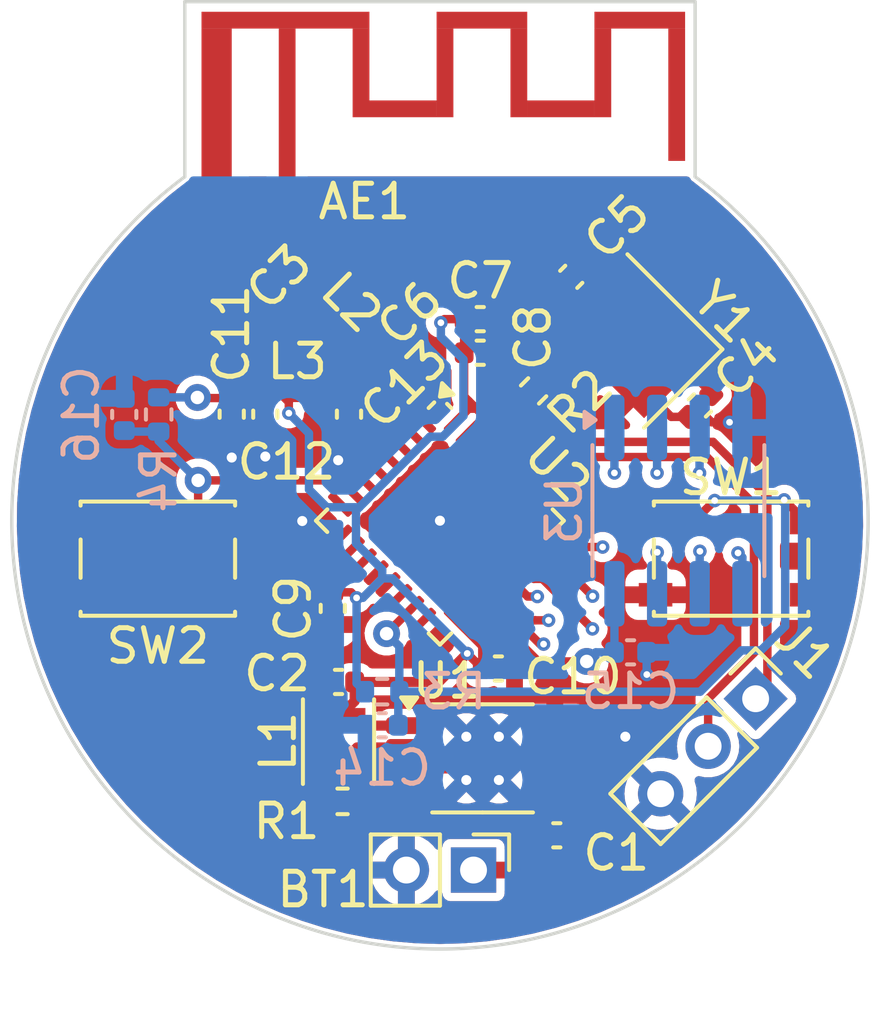
<source format=kicad_pcb>
(kicad_pcb (version 20240108) (generator "pcbnew") (generator_version "8.0")
  (title_block (date "2024-12-11") (rev "${VERSION}") (company "${COMPANY}"))
  (layers (0 "F.Cu" signal) (1 "In1.Cu" power) (2 "In2.Cu" power) (31 "B.Cu" signal) (34 "B.Paste" user) (35 "F.Paste" user) (36 "B.SilkS" user "B.Silkscreen") (37 "F.SilkS" user "F.Silkscreen") (38 "B.Mask" user) (39 "F.Mask" user) (44 "Edge.Cuts" user))
  (property "AUTHOR" "Sebastian Jaimes")
  (property "COMPANY" "-")
  (property "REVIEW" "Maykol")
  (property "VERSION" "V1.0.0")
  (net 0 "")
  (net 1 "Net-(AE1-A)")
  (net 2 "GND")
  (net 3 "/BATT")
  (net 4 "+3V3")
  (net 5 "/ESP32-C3/XTAL_N")
  (net 6 "Net-(C5-Pad2)")
  (net 7 "/ESP32-C3/LNA_IN")
  (net 8 "/ESP32-C3/VDD3P3")
  (net 9 "/ESP32-C3/BOOT")
  (net 10 "/ESP32-C3/VDD_SPI")
  (net 11 "/ESP32-C3/CHIP_EN")
  (net 12 "Net-(U1-SW)")
  (net 13 "Net-(U1-VSET)")
  (net 14 "/ESP32-C3/XTAL_P")
  (net 21 "/ESP32-C3/SPID")
  (net 23 "/ESP32-C3/SPIQ")
  (net 25 "/ESP32-C3/SPICLK")
  (net 27 "/ESP32-C3/SPIWP")
  (net 31 "/ESP32-C3/SPICS0")
  (net 33 "/ESP32-C3/SPIHD")
  (net 34 "/ESP32-C3/U0TXD")
  (net 35 "/ESP32-C3/U0RXD")
  (footprint "Connector_PinHeader_2.00mm:PinHeader_1x02_P2.00mm_Vertical" (layer "F.Cu") (at 176.5 100.4 -90)
    (property "Reference" "BT1" (at 0.58 4.48 180) (layer "F.SilkS"))
    (property "Value" "Battery_Cell")
    (pad "1" thru_hole rect (at 0 0 270) (size 1.35 1.35) (drill 0.8) (layers "*.Cu" "*.Mask") (net 3 "/BATT"))
    (pad "2" thru_hole oval (at 0 2 270) (size 1.35 1.35) (drill 0.8) (layers "*.Cu" "*.Mask") (net 2 "GND"))
  )
  (footprint "Package_DFN_QFN:QFN-32-1EP_5x5mm_P0.5mm_EP3.45x3.45mm" (layer "F.Cu") (at 175.5 90 -45)
    (property "Reference" "U2" (at 1.400071 -3.563818 135) (layer "F.SilkS"))
    (property "Value" "ESP32-C3")
    (pad "1" smd roundrect (at -2.4375 -1.75 315) (size 0.875 0.25) (layers "F.Cu" "F.Paste" "F.Mask") (net 7 "/ESP32-C3/LNA_IN"))
    (pad "2" smd roundrect (at -2.4375 -1.25 315) (size 0.875 0.25) (layers "F.Cu" "F.Paste" "F.Mask") (net 8 "/ESP32-C3/VDD3P3"))
    (pad "3" smd roundrect (at -2.4375 -0.75 315) (size 0.875 0.25) (layers "F.Cu" "F.Paste" "F.Mask") (net 8 "/ESP32-C3/VDD3P3"))
    (pad "4" smd roundrect (at -2.4375 -0.25 315) (size 0.875 0.25) (layers "F.Cu" "F.Paste" "F.Mask"))
    (pad "5" smd roundrect (at -2.4375 0.25 315) (size 0.875 0.25) (layers "F.Cu" "F.Paste" "F.Mask"))
    (pad "6" smd roundrect (at -2.4375 0.75 315) (size 0.875 0.25) (layers "F.Cu" "F.Paste" "F.Mask"))
    (pad "7" smd roundrect (at -2.4375 1.25 315) (size 0.875 0.25) (layers "F.Cu" "F.Paste" "F.Mask") (net 11 "/ESP32-C3/CHIP_EN"))
    (pad "8" smd roundrect (at -2.4375 1.75 315) (size 0.875 0.25) (layers "F.Cu" "F.Paste" "F.Mask"))
    (pad "9" smd roundrect (at -1.75 2.4375 315) (size 0.25 0.875) (layers "F.Cu" "F.Paste" "F.Mask"))
    (pad "10" smd roundrect (at -1.25 2.4375 315) (size 0.25 0.875) (layers "F.Cu" "F.Paste" "F.Mask"))
    (pad "11" smd roundrect (at -0.75 2.4375 315) (size 0.25 0.875) (layers "F.Cu" "F.Paste" "F.Mask") (net 4 "+3V3"))
    (pad "12" smd roundrect (at -0.25 2.4375 315) (size 0.25 0.875) (layers "F.Cu" "F.Paste" "F.Mask"))
    (pad "13" smd roundrect (at 0.25 2.4375 315) (size 0.25 0.875) (layers "F.Cu" "F.Paste" "F.Mask"))
    (pad "14" smd roundrect (at 0.75 2.4375 315) (size 0.25 0.875) (layers "F.Cu" "F.Paste" "F.Mask"))
    (pad "15" smd roundrect (at 1.25 2.4375 315) (size 0.25 0.875) (layers "F.Cu" "F.Paste" "F.Mask") (net 9 "/ESP32-C3/BOOT"))
    (pad "16" smd roundrect (at 1.75 2.4375 315) (size 0.25 0.875) (layers "F.Cu" "F.Paste" "F.Mask"))
    (pad "17" smd roundrect (at 2.4375 1.75 315) (size 0.875 0.25) (layers "F.Cu" "F.Paste" "F.Mask") (net 4 "+3V3"))
    (pad "18" smd roundrect (at 2.4375 1.25 315) (size 0.875 0.25) (layers "F.Cu" "F.Paste" "F.Mask") (net 10 "/ESP32-C3/VDD_SPI"))
    (pad "19" smd roundrect (at 2.4375 0.75 315) (size 0.875 0.25) (layers "F.Cu" "F.Paste" "F.Mask") (net 33 "/ESP32-C3/SPIHD"))
    (pad "20" smd roundrect (at 2.4375 0.25 315) (size 0.875 0.25) (layers "F.Cu" "F.Paste" "F.Mask") (net 27 "/ESP32-C3/SPIWP"))
    (pad "21" smd roundrect (at 2.4375 -0.25 315) (size 0.875 0.25) (layers "F.Cu" "F.Paste" "F.Mask") (net 31 "/ESP32-C3/SPICS0"))
    (pad "22" smd roundrect (at 2.4375 -0.75 315) (size 0.875 0.25) (layers "F.Cu" "F.Paste" "F.Mask") (net 25 "/ESP32-C3/SPICLK"))
    (pad "23" smd roundrect (at 2.4375 -1.25 315) (size 0.875 0.25) (layers "F.Cu" "F.Paste" "F.Mask") (net 21 "/ESP32-C3/SPID"))
    (pad "24" smd roundrect (at 2.4375 -1.75 315) (size 0.875 0.25) (layers "F.Cu" "F.Paste" "F.Mask") (net 23 "/ESP32-C3/SPIQ"))
    (pad "25" smd roundrect (at 1.75 -2.4375 315) (size 0.25 0.875) (layers "F.Cu" "F.Paste" "F.Mask"))
    (pad "26" smd roundrect (at 1.25 -2.4375 315) (size 0.25 0.875) (layers "F.Cu" "F.Paste" "F.Mask"))
    (pad "27" smd roundrect (at 0.75 -2.4375 315) (size 0.25 0.875) (layers "F.Cu" "F.Paste" "F.Mask") (net 35 "/ESP32-C3/U0RXD"))
    (pad "28" smd roundrect (at 0.25 -2.4375 315) (size 0.25 0.875) (layers "F.Cu" "F.Paste" "F.Mask") (net 34 "/ESP32-C3/U0TXD"))
    (pad "29" smd roundrect (at -0.25 -2.4375 315) (size 0.25 0.875) (layers "F.Cu" "F.Paste" "F.Mask") (net 5 "/ESP32-C3/XTAL_N"))
    (pad "30" smd roundrect (at -0.75 -2.4375 315) (size 0.25 0.875) (layers "F.Cu" "F.Paste" "F.Mask") (net 14 "/ESP32-C3/XTAL_P"))
    (pad "31" smd roundrect (at -1.25 -2.4375 315) (size 0.25 0.875) (layers "F.Cu" "F.Paste" "F.Mask") (net 4 "+3V3"))
    (pad "32" smd roundrect (at -1.75 -2.4375 315) (size 0.25 0.875) (layers "F.Cu" "F.Paste" "F.Mask") (net 4 "+3V3"))
    (pad "33" smd rect (at 0 0 315) (size 3.45 3.45) (property pad_prop_heatsink) (layers "F.Cu" "F.Mask") (net 2 "GND"))
  )
  (footprint "MSS_Devices:SW_SPST_PTS815" (layer "F.Cu") (at 184.17 91.13 180)
    (property "Reference" "SW1" (at 0 2.42 360) (layer "F.SilkS"))
    (property "Value" "BOOT")
    (pad "1" smd rect (at -2.25 -1.075 180) (size 1 0.7) (layers "F.Cu" "F.Paste" "F.Mask") (net 2 "GND"))
    (pad "2" smd rect (at 2.25 -1.075 180) (size 1 0.7) (layers "F.Cu" "F.Paste" "F.Mask") (net 2 "GND"))
    (pad "3" smd rect (at -2.25 1.075 180) (size 1 0.7) (layers "F.Cu" "F.Paste" "F.Mask") (net 9 "/ESP32-C3/BOOT"))
    (pad "4" smd rect (at 2.25 1.075 180) (size 1 0.7) (layers "F.Cu" "F.Paste" "F.Mask") (net 9 "/ESP32-C3/BOOT"))
  )
  (footprint "Capacitor_SMD:C_0402_1005Metric" (layer "F.Cu") (at 177.24 94.4)
    (property "Reference" "C10" (at 2.22 0.24 0) (layer "F.SilkS"))
    (property "Value" "0.1uF")
    (pad "1" smd roundrect (at -0.48 0) (size 0.56 0.62) (layers "F.Cu" "F.Paste" "F.Mask") (net 4 "+3V3"))
    (pad "2" smd roundrect (at 0.48 0) (size 0.56 0.62) (layers "F.Cu" "F.Paste" "F.Mask") (net 2 "GND"))
  )
  (footprint "Connector_PinHeader_2.00mm:PinHeader_1x03_P2.00mm_Vertical" (layer "F.Cu") (at 184.9 95.3 -45)
    (property "Reference" "J1" (at 0 -2.06 135) (layer "F.SilkS"))
    (property "Value" "UART0")
    (pad "1" thru_hole rect (at 0 0 315) (size 1.35 1.35) (drill 0.8) (layers "*.Cu" "*.Mask") (net 34 "/ESP32-C3/U0TXD"))
    (pad "2" thru_hole oval (at 0 2.000001 315) (size 1.35 1.35) (drill 0.8) (layers "*.Cu" "*.Mask") (net 35 "/ESP32-C3/U0RXD"))
    (pad "3" thru_hole oval (at 0 4 315) (size 1.35 1.35) (drill 0.8) (layers "*.Cu" "*.Mask") (net 2 "GND"))
  )
  (footprint "Capacitor_SMD:C_0402_1005Metric" (layer "F.Cu") (at 176.7 84)
    (property "Reference" "C7" (at 0 -1.14 0) (layer "F.SilkS"))
    (property "Value" "1uF")
    (pad "1" smd roundrect (at -0.48 0) (size 0.56 0.62) (layers "F.Cu" "F.Paste" "F.Mask") (net 4 "+3V3"))
    (pad "2" smd roundrect (at 0.48 0) (size 0.56 0.62) (layers "F.Cu" "F.Paste" "F.Mask") (net 2 "GND"))
  )
  (footprint "Capacitor_SMD:C_0402_1005Metric" (layer "F.Cu") (at 183.24 86.57 45)
    (property "Reference" "C4" (at 1.817264 0.13435 45) (layer "F.SilkS"))
    (property "Value" "6pF")
    (pad "1" smd roundrect (at -0.48 0 45) (size 0.56 0.62) (layers "F.Cu" "F.Paste" "F.Mask") (net 2 "GND"))
    (pad "2" smd roundrect (at 0.48 0 45) (size 0.56 0.62) (layers "F.Cu" "F.Paste" "F.Mask") (net 5 "/ESP32-C3/XTAL_N"))
  )
  (footprint "Capacitor_SMD:C_0402_1005Metric" (layer "F.Cu") (at 169.3 86.829601 -90)
    (property "Reference" "C11" (at -2.389601 0.01 90) (layer "F.SilkS"))
    (property "Value" "10uF")
    (pad "1" smd roundrect (at -0.48 0 270) (size 0.56 0.62) (layers "F.Cu" "F.Paste" "F.Mask") (net 4 "+3V3"))
    (pad "2" smd roundrect (at 0.48 0 270) (size 0.56 0.62) (layers "F.Cu" "F.Paste" "F.Mask") (net 2 "GND"))
  )
  (footprint "Resistor_SMD:R_0402_1005Metric" (layer "F.Cu") (at 178.28899 86.136136 -135)
    (property "Reference" "R2" (at -0.747515 -1.205528 -135) (layer "F.SilkS"))
    (property "Value" "22")
    (pad "1" smd roundrect (at -0.509999 0 225) (size 0.54 0.64) (layers "F.Cu" "F.Paste" "F.Mask") (net 6 "Net-(C5-Pad2)"))
    (pad "2" smd roundrect (at 0.509999 0 225) (size 0.54 0.64) (layers "F.Cu" "F.Paste" "F.Mask") (net 14 "/ESP32-C3/XTAL_P"))
  )
  (footprint "Inductor_SMD:L_0201_0603Metric" (layer "F.Cu") (at 172.289408 84.318565 -45)
    (property "Reference" "L2" (at -0.168272 -0.989353 135) (layer "F.SilkS"))
    (property "Value" "2.6nH")
    (pad "1" smd roundrect (at -0.32 0 315) (size 0.46 0.4) (layers "F.Cu" "F.Mask") (net 1 "Net-(AE1-A)"))
    (pad "2" smd roundrect (at 0.32 0 315) (size 0.46 0.4) (layers "F.Cu" "F.Mask") (net 7 "/ESP32-C3/LNA_IN"))
  )
  (footprint "Capacitor_SMD:C_0402_1005Metric" (layer "F.Cu") (at 172.792249 86.829601 -90)
    (property "Reference" "C13" (at -0.869601 -1.647751 45) (layer "F.SilkS"))
    (property "Value" "1uF")
    (pad "1" smd roundrect (at -0.48 0 270) (size 0.56 0.62) (layers "F.Cu" "F.Paste" "F.Mask") (net 8 "/ESP32-C3/VDD3P3"))
    (pad "2" smd roundrect (at 0.48 0 270) (size 0.56 0.62) (layers "F.Cu" "F.Paste" "F.Mask") (net 2 "GND"))
  )
  (footprint "Capacitor_SMD:C_0201_0603Metric" (layer "F.Cu") (at 173.35304 84.926574 45)
    (property "Reference" "C6" (at 1.650058 0.11341 45) (layer "F.SilkS"))
    (property "Value" "1.5pF")
    (pad "1" smd roundrect (at -0.32 0 45) (size 0.46 0.4) (layers "F.Cu" "F.Mask") (net 7 "/ESP32-C3/LNA_IN"))
    (pad "2" smd roundrect (at 0.32 0 45) (size 0.46 0.4) (layers "F.Cu" "F.Mask") (net 2 "GND"))
  )
  (footprint "Capacitor_SMD:C_0402_1005Metric" (layer "F.Cu") (at 172.480323 94.8 180)
    (property "Reference" "C2" (at 1.830323 0.25 360) (layer "F.SilkS"))
    (property "Value" "10uF")
    (pad "1" smd roundrect (at -0.48 0 180) (size 0.56 0.62) (layers "F.Cu" "F.Paste" "F.Mask") (net 4 "+3V3"))
    (pad "2" smd roundrect (at 0.48 0 180) (size 0.56 0.62) (layers "F.Cu" "F.Paste" "F.Mask") (net 2 "GND"))
  )
  (footprint "Inductor_SMD:L_Murata_DFE201610P" (layer "F.Cu") (at 172.480323 96.576555 90)
    (property "Reference" "L1" (at 0 -1.8 90) (layer "F.SilkS"))
    (property "Value" "2.2uH")
    (pad "1" smd rect (at -0.725 0 90) (size 0.55 1.6) (layers "F.Cu" "F.Paste" "F.Mask") (net 12 "Net-(U1-SW)"))
    (pad "2" smd rect (at 0.725 0 90) (size 0.55 1.6) (layers "F.Cu" "F.Paste" "F.Mask") (net 4 "+3V3"))
  )
  (footprint "Capacitor_SMD:C_0402_1005Metric" (layer "F.Cu") (at 172.30919 92.611346 -90)
    (property "Reference" "C9" (at 0.008654 1.17919 90) (layer "F.SilkS"))
    (property "Value" "0.1uF")
    (pad "1" smd roundrect (at -0.48 0 270) (size 0.56 0.62) (layers "F.Cu" "F.Paste" "F.Mask") (net 4 "+3V3"))
    (pad "2" smd roundrect (at 0.48 0 270) (size 0.56 0.62) (layers "F.Cu" "F.Paste" "F.Mask") (net 2 "GND"))
  )
  (footprint "RF_Antenna:PCB_ANTENNA_2,4GHz_50Ohm" (layer "F.Cu") (at 170.95 80.25)
    (property "Reference" "AE1" (at 2.3 0.25 0) (layer "F.SilkS"))
    (property "Value" "PCB_Antenna_Shield")
    (pad "1" smd rect (at -0.05 -5.15 90) (size 0.5 5) (layers "F.Cu") (net 1 "Net-(AE1-A)"))
    (pad "1" smd rect (at 0 -2.45) (size 0.5 4.9) (layers "F.Cu") (net 1 "Net-(AE1-A)"))
    (pad "1" smd rect (at 2.2 -3.58 180) (size 0.5 2.64) (layers "F.Cu") (net 1 "Net-(AE1-A)"))
    (pad "1" smd rect (at 3.45 -2.51 270) (size 0.5 2) (layers "F.Cu") (net 1 "Net-(AE1-A)"))
    (pad "1" smd rect (at 4.7 -3.58 180) (size 0.5 2.64) (layers "F.Cu") (net 1 "Net-(AE1-A)"))
    (pad "1" smd rect (at 5.8 -5.15 270) (size 0.5 2.7) (layers "F.Cu") (net 1 "Net-(AE1-A)"))
    (pad "1" smd rect (at 6.9 -3.58 180) (size 0.5 2.64) (layers "F.Cu") (net 1 "Net-(AE1-A)"))
    (pad "1" smd rect (at 8.15 -2.51 270) (size 0.5 2) (layers "F.Cu") (net 1 "Net-(AE1-A)"))
    (pad "1" smd rect (at 9.4 -3.58 180) (size 0.5 2.64) (layers "F.Cu") (net 1 "Net-(AE1-A)"))
    (pad "1" smd rect (at 10.5 -5.15 270) (size 0.5 2.7) (layers "F.Cu") (net 1 "Net-(AE1-A)"))
    (pad "1" smd rect (at 11.6 -2.93 180) (size 0.5 3.94) (layers "F.Cu") (net 1 "Net-(AE1-A)"))
    (pad "2" smd rect (at -2.1 -2.45) (size 0.9 4.9) (layers "F.Cu") (net 2 "GND"))
    (zone (net 0) (net_name "") (layer "F.Cu") (connect_pads (clearance 0)) (min_thickness 0.25)
      (keepout (tracks not_allowed) (vias not_allowed) (pads not_allowed) (copperpour not_allowed) (footprints allowed))
      (fill (thermal_gap 0.5) (thermal_bridge_width 0.5))
      (polygon (pts (xy 167.9 79.75) (xy 167.9 74.55) (xy 168.4 74.55) (xy 168.4 79.75)))
    )
    (zone (net 0) (net_name "") (layer "F.Cu") (connect_pads (clearance 0)) (min_thickness 0.25)
      (keepout (tracks not_allowed) (vias not_allowed) (pads not_allowed) (copperpour not_allowed) (footprints allowed))
      (fill (thermal_gap 0.5) (thermal_bridge_width 0.5))
      (polygon (pts (xy 169.3 79.75) (xy 170.7 79.75) (xy 170.7 75.35) (xy 169.3 75.35)))
    )
    (zone (net 0) (net_name "") (layer "F.Cu") (connect_pads (clearance 0)) (min_thickness 0.25)
      (keepout (tracks not_allowed) (vias not_allowed) (pads not_allowed) (copperpour not_allowed) (footprints allowed))
      (fill (thermal_gap 0.5) (thermal_bridge_width 0.5))
      (polygon (pts (xy 183.1 74.55) (xy 183.1 79.75) (xy 182.8 79.75) (xy 182.8 74.55)))
    )
    (zone (net 0) (net_name "") (layer "F.Cu") (connect_pads (clearance 0)) (min_thickness 0.25)
      (keepout (tracks not_allowed) (vias not_allowed) (pads not_allowed) (copperpour not_allowed) (footprints allowed))
      (fill (thermal_gap 0.5) (thermal_bridge_width 0.5))
      (polygon (pts (xy 168.4 74.55) (xy 182.8 74.55) (xy 182.8 74.85) (xy 180.1 74.85) (xy 180.1 77.49) (xy 178.1 77.49) (xy 178.1 74.85) (xy 175.4 74.85) (xy 175.4 77.49) (xy 173.4 77.49) (xy 173.4 74.85) (xy 168.4 74.85)))
    )
    (zone (net 0) (net_name "") (layer "F.Cu") (connect_pads (clearance 0)) (min_thickness 0.25)
      (keepout (tracks not_allowed) (vias not_allowed) (pads not_allowed) (copperpour not_allowed) (footprints allowed))
      (fill (thermal_gap 0.5) (thermal_bridge_width 0.5))
      (polygon (pts (xy 171.2 79.75) (xy 171.2 75.35) (xy 172.9 75.35) (xy 172.9 77.99) (xy 175.9 77.99) (xy 175.9 75.35) (xy 177.6 75.35) (xy 177.6 77.99) (xy 180.6 77.99) (xy 180.6 75.35) (xy 182.3 75.35) (xy 182.3 79.29) (xy 182.8 79.29) (xy 182.8 79.75)))
    )
    (zone (net 0) (net_name "") (layers "In1.Cu" "In2.Cu" "In3.Cu" "In4.Cu" "In5.Cu" "In6.Cu" "In7.Cu" "In8.Cu" "In9.Cu" "In10.Cu" "In11.Cu" "In12.Cu" "In13.Cu" "In14.Cu" "In15.Cu" "In16.Cu" "In17.Cu" "In18.Cu" "In19.Cu" "In20.Cu" "In21.Cu" "In22.Cu" "In23.Cu" "In24.Cu" "In25.Cu" "In26.Cu" "In27.Cu" "In28.Cu" "In29.Cu" "In30.Cu" "B.Cu") (connect_pads (clearance 0)) (min_thickness 0.25)
      (keepout (tracks not_allowed) (vias not_allowed) (pads not_allowed) (copperpour not_allowed) (footprints allowed))
      (fill (thermal_gap 0.5) (thermal_bridge_width 0.5))
      (polygon (pts (xy 167.9 79.75) (xy 167.9 74.55) (xy 168.4 74.55) (xy 168.4 79.75)))
    )
    (zone (net 0) (net_name "") (layers "In1.Cu" "In2.Cu" "In3.Cu" "In4.Cu" "In5.Cu" "In6.Cu" "In7.Cu" "In8.Cu" "In9.Cu" "In10.Cu" "In11.Cu" "In12.Cu" "In13.Cu" "In14.Cu" "In15.Cu" "In16.Cu" "In17.Cu" "In18.Cu" "In19.Cu" "In20.Cu" "In21.Cu" "In22.Cu" "In23.Cu" "In24.Cu" "In25.Cu" "In26.Cu" "In27.Cu" "In28.Cu" "In29.Cu" "In30.Cu" "B.Cu") (connect_pads (clearance 0)) (min_thickness 0.25)
      (keepout (tracks not_allowed) (vias not_allowed) (pads not_allowed) (copperpour not_allowed) (footprints allowed))
      (fill (thermal_gap 0.5) (thermal_bridge_width 0.5))
      (polygon (pts (xy 169.3 79.75) (xy 170.7 79.75) (xy 170.7 75.35) (xy 169.3 75.35)))
    )
    (zone (net 0) (net_name "") (layers "In1.Cu" "In2.Cu" "In3.Cu" "In4.Cu" "In5.Cu" "In6.Cu" "In7.Cu" "In8.Cu" "In9.Cu" "In10.Cu" "In11.Cu" "In12.Cu" "In13.Cu" "In14.Cu" "In15.Cu" "In16.Cu" "In17.Cu" "In18.Cu" "In19.Cu" "In20.Cu" "In21.Cu" "In22.Cu" "In23.Cu" "In24.Cu" "In25.Cu" "In26.Cu" "In27.Cu" "In28.Cu" "In29.Cu" "In30.Cu" "B.Cu") (connect_pads (clearance 0)) (min_thickness 0.25)
      (keepout (tracks not_allowed) (vias not_allowed) (pads not_allowed) (copperpour not_allowed) (footprints allowed))
      (fill (thermal_gap 0.5) (thermal_bridge_width 0.5))
      (polygon (pts (xy 183.1 74.55) (xy 183.1 79.75) (xy 182.8 79.75) (xy 182.8 74.55)))
    )
    (zone (net 0) (net_name "") (layers "In1.Cu" "In2.Cu" "In3.Cu" "In4.Cu" "In5.Cu" "In6.Cu" "In7.Cu" "In8.Cu" "In9.Cu" "In10.Cu" "In11.Cu" "In12.Cu" "In13.Cu" "In14.Cu" "In15.Cu" "In16.Cu" "In17.Cu" "In18.Cu" "In19.Cu" "In20.Cu" "In21.Cu" "In22.Cu" "In23.Cu" "In24.Cu" "In25.Cu" "In26.Cu" "In27.Cu" "In28.Cu" "In29.Cu" "In30.Cu" "B.Cu") (connect_pads (clearance 0)) (min_thickness 0.25)
      (keepout (tracks not_allowed) (vias not_allowed) (pads not_allowed) (copperpour not_allowed) (footprints allowed))
      (fill (thermal_gap 0.5) (thermal_bridge_width 0.5))
      (polygon (pts (xy 168.4 74.55) (xy 182.8 74.55) (xy 182.8 74.85) (xy 180.1 74.85) (xy 180.1 77.49) (xy 178.1 77.49) (xy 178.1 74.85) (xy 175.4 74.85) (xy 175.4 77.49) (xy 173.4 77.49) (xy 173.4 74.85) (xy 168.4 74.85)))
    )
    (zone (net 0) (net_name "") (layers "In1.Cu" "In2.Cu" "In3.Cu" "In4.Cu" "In5.Cu" "In6.Cu" "In7.Cu" "In8.Cu" "In9.Cu" "In10.Cu" "In11.Cu" "In12.Cu" "In13.Cu" "In14.Cu" "In15.Cu" "In16.Cu" "In17.Cu" "In18.Cu" "In19.Cu" "In20.Cu" "In21.Cu" "In22.Cu" "In23.Cu" "In24.Cu" "In25.Cu" "In26.Cu" "In27.Cu" "In28.Cu" "In29.Cu" "In30.Cu" "B.Cu") (connect_pads (clearance 0)) (min_thickness 0.25)
      (keepout (tracks not_allowed) (vias not_allowed) (pads not_allowed) (copperpour not_allowed) (footprints allowed))
      (fill (thermal_gap 0.5) (thermal_bridge_width 0.5))
      (polygon (pts (xy 171.2 79.75) (xy 171.2 75.35) (xy 172.9 75.35) (xy 172.9 77.99) (xy 175.9 77.99) (xy 175.9 75.35) (xy 177.6 75.35) (xy 177.6 77.99) (xy 180.6 77.99) (xy 180.6 75.35) (xy 182.3 75.35) (xy 182.3 79.29) (xy 182.8 79.29) (xy 182.8 79.75)))
    )
  )
  (footprint "Package_SO:HVSSOP-8-1EP_3x3mm_P0.65mm_EP1.57x1.89mm_ThermalVias" (layer "F.Cu") (at 176.77 97.075)
    (property "Reference" "U1" (at -1.07 -2.305 360) (layer "F.SilkS"))
    (property "Value" "TPS62842DGRR")
    (pad "1" smd roundrect (at -2.15 -0.975) (size 1.45 0.5) (layers "F.Cu" "F.Paste" "F.Mask") (net 4 "+3V3"))
    (pad "2" smd roundrect (at -2.15 -0.325) (size 1.45 0.5) (layers "F.Cu" "F.Paste" "F.Mask") (net 12 "Net-(U1-SW)"))
    (pad "3" smd roundrect (at -2.15 0.325) (size 1.45 0.5) (layers "F.Cu" "F.Paste" "F.Mask") (net 2 "GND"))
    (pad "4" smd roundrect (at -2.15 0.975) (size 1.45 0.5) (layers "F.Cu" "F.Paste" "F.Mask") (net 13 "Net-(U1-VSET)"))
    (pad "5" smd roundrect (at 2.15 0.975) (size 1.45 0.5) (layers "F.Cu" "F.Paste" "F.Mask") (net 3 "/BATT"))
    (pad "6" smd roundrect (at 2.15 0.325) (size 1.45 0.5) (layers "F.Cu" "F.Paste" "F.Mask") (net 3 "/BATT"))
    (pad "7" smd roundrect (at 2.15 -0.325) (size 1.45 0.5) (layers "F.Cu" "F.Paste" "F.Mask"))
    (pad "8" smd roundrect (at 2.15 -0.975) (size 1.45 0.5) (layers "F.Cu" "F.Paste" "F.Mask") (net 2 "GND"))
    (pad "9" thru_hole circle (at -0.485 -0.645) (size 0.6 0.6) (drill 0.3) (property pad_prop_heatsink) (layers "*.Cu") (net 2 "GND"))
    (pad "9" thru_hole circle (at -0.485 0.645) (size 0.6 0.6) (drill 0.3) (property pad_prop_heatsink) (layers "*.Cu") (net 2 "GND"))
    (pad "9" smd rect (at 0 0) (size 1.57 1.89) (property pad_prop_heatsink) (layers "F.Cu" "F.Mask") (net 2 "GND"))
    (pad "9" smd rect (at 0 0) (size 1.57 1.89) (property pad_prop_heatsink) (layers "B.Cu") (net 2 "GND"))
    (pad "9" thru_hole circle (at 0.485 -0.645) (size 0.6 0.6) (drill 0.3) (property pad_prop_heatsink) (layers "*.Cu") (net 2 "GND"))
    (pad "9" thru_hole circle (at 0.485 0.645) (size 0.6 0.6) (drill 0.3) (property pad_prop_heatsink) (layers "*.Cu") (net 2 "GND"))
  )
  (footprint "Capacitor_SMD:C_0402_1005Metric" (layer "F.Cu") (at 176.7 85)
    (property "Reference" "C8" (at 1.57 -0.46 90) (layer "F.SilkS"))
    (property "Value" "10nF")
    (pad "1" smd roundrect (at -0.48 0) (size 0.56 0.62) (layers "F.Cu" "F.Paste" "F.Mask") (net 4 "+3V3"))
    (pad "2" smd roundrect (at 0.48 0) (size 0.56 0.62) (layers "F.Cu" "F.Paste" "F.Mask") (net 2 "GND"))
  )
  (footprint "Resistor_SMD:R_0402_1005Metric" (layer "F.Cu") (at 172.6 98.355 180)
    (property "Reference" "R1" (at 1.67 -0.595 360) (layer "F.SilkS"))
    (property "Value" "52.3K")
    (pad "1" smd roundrect (at -0.51 0 180) (size 0.54 0.64) (layers "F.Cu" "F.Paste" "F.Mask") (net 13 "Net-(U1-VSET)"))
    (pad "2" smd roundrect (at 0.51 0 180) (size 0.54 0.64) (layers "F.Cu" "F.Paste" "F.Mask") (net 2 "GND"))
  )
  (footprint "Capacitor_SMD:C_0402_1005Metric" (layer "F.Cu") (at 179.41 82.74 -135)
    (property "Reference" "C5" (at -2.008183 0.084853 -135) (layer "F.SilkS"))
    (property "Value" "6pF")
    (pad "1" smd roundrect (at -0.48 0 225) (size 0.56 0.62) (layers "F.Cu" "F.Paste" "F.Mask") (net 2 "GND"))
    (pad "2" smd roundrect (at 0.48 0 225) (size 0.56 0.62) (layers "F.Cu" "F.Paste" "F.Mask") (net 6 "Net-(C5-Pad2)"))
  )
  (footprint "Capacitor_SMD:C_0402_1005Metric" (layer "F.Cu") (at 170.3 86.829601 -90)
    (property "Reference" "C12" (at 1.420399 -0.63 180) (layer "F.SilkS"))
    (property "Value" "0.1uF")
    (pad "1" smd roundrect (at -0.48 0 270) (size 0.56 0.62) (layers "F.Cu" "F.Paste" "F.Mask") (net 4 "+3V3"))
    (pad "2" smd roundrect (at 0.48 0 270) (size 0.56 0.62) (layers "F.Cu" "F.Paste" "F.Mask") (net 2 "GND"))
  )
  (footprint "Capacitor_SMD:C_0201_0603Metric" (layer "F.Cu") (at 171.206949 83.688156 -135)
    (property "Reference" "C3" (at -0.304909 1.007701 45) (layer "F.SilkS"))
    (property "Value" "1.5pF")
    (pad "1" smd roundrect (at -0.32 0 225) (size 0.46 0.4) (layers "F.Cu" "F.Mask") (net 1 "Net-(AE1-A)"))
    (pad "2" smd roundrect (at 0.32 0 225) (size 0.46 0.4) (layers "F.Cu" "F.Mask") (net 2 "GND"))
  )
  (footprint "Capacitor_SMD:C_0402_1005Metric" (layer "F.Cu") (at 178.98 99.365)
    (property "Reference" "C1" (at 1.77 0.525 360) (layer "F.SilkS"))
    (property "Value" "4.7uF")
    (pad "1" smd roundrect (at -0.48 0) (size 0.56 0.62) (layers "F.Cu" "F.Paste" "F.Mask") (net 3 "/BATT"))
    (pad "2" smd roundrect (at 0.48 0) (size 0.56 0.62) (layers "F.Cu" "F.Paste" "F.Mask") (net 2 "GND"))
  )
  (footprint "Inductor_SMD:L_0201_0603Metric" (layer "F.Cu") (at 171.546811 86.269601)
    (property "Reference" "L3" (at -0.296811 -1.009601 0) (layer "F.SilkS"))
    (property "Value" "2nH")
    (pad "1" smd roundrect (at -0.32 0) (size 0.46 0.4) (layers "F.Cu" "F.Mask") (net 4 "+3V3"))
    (pad "2" smd roundrect (at 0.32 0) (size 0.46 0.4) (layers "F.Cu" "F.Mask") (net 8 "/ESP32-C3/VDD3P3"))
  )
  (footprint "Crystal:Crystal_SMD_3225-4Pin_3.2x2.5mm" (layer "F.Cu") (at 181.33 84.65 135)
    (property "Reference" "Y1" (at -1.25865 2.460732 135) (layer "F.SilkS"))
    (property "Value" "40MHz")
    (pad "1" smd rect (at -1.1 0.85 135) (size 1.4 1.2) (layers "F.Cu" "F.Paste" "F.Mask") (net 5 "/ESP32-C3/XTAL_N"))
    (pad "2" smd rect (at 1.1 0.85 135) (size 1.4 1.2) (layers "F.Cu" "F.Paste" "F.Mask") (net 2 "GND"))
    (pad "3" smd rect (at 1.1 -0.85 135) (size 1.4 1.2) (layers "F.Cu" "F.Paste" "F.Mask") (net 6 "Net-(C5-Pad2)"))
    (pad "4" smd rect (at -1.1 -0.85 135) (size 1.4 1.2) (layers "F.Cu" "F.Paste" "F.Mask") (net 2 "GND"))
  )
  (footprint "MSS_Devices:SW_SPST_PTS815" (layer "F.Cu") (at 167.1 91.13 180)
    (property "Reference" "SW2" (at 0 -2.6 360) (layer "F.SilkS"))
    (property "Value" "RST")
    (pad "1" smd rect (at -2.25 -1.075 180) (size 1 0.7) (layers "F.Cu" "F.Paste" "F.Mask") (net 2 "GND"))
    (pad "2" smd rect (at 2.25 -1.075 180) (size 1 0.7) (layers "F.Cu" "F.Paste" "F.Mask") (net 2 "GND"))
    (pad "3" smd rect (at -2.25 1.075 180) (size 1 0.7) (layers "F.Cu" "F.Paste" "F.Mask") (net 11 "/ESP32-C3/CHIP_EN"))
    (pad "4" smd rect (at 2.25 1.075 180) (size 1 0.7) (layers "F.Cu" "F.Paste" "F.Mask") (net 11 "/ESP32-C3/CHIP_EN"))
  )
  (footprint "Package_SO:SOIC-8_3.9x4.9mm_P1.27mm" (layer "B.Cu") (at 182.6 89.7 -90)
    (property "Reference" "U3" (at 0 3.4 90) (layer "B.SilkS") (effects (justify mirror)))
    (property "Value" "W25X40CLSN")
    (pad "1" smd roundrect (at -2.475 1.905 270) (size 1.95 0.6) (layers "B.Cu" "B.Paste" "B.Mask") (net 31 "/ESP32-C3/SPICS0"))
    (pad "2" smd roundrect (at -2.475 0.635 270) (size 1.95 0.6) (layers "B.Cu" "B.Paste" "B.Mask") (net 23 "/ESP32-C3/SPIQ"))
    (pad "3" smd roundrect (at -2.475 -0.635 270) (size 1.95 0.6) (layers "B.Cu" "B.Paste" "B.Mask") (net 27 "/ESP32-C3/SPIWP"))
    (pad "4" smd roundrect (at -2.475 -1.905 270) (size 1.95 0.6) (layers "B.Cu" "B.Paste" "B.Mask") (net 2 "GND"))
    (pad "5" smd roundrect (at 2.475 -1.905 270) (size 1.95 0.6) (layers "B.Cu" "B.Paste" "B.Mask") (net 21 "/ESP32-C3/SPID"))
    (pad "6" smd roundrect (at 2.475 -0.635 270) (size 1.95 0.6) (layers "B.Cu" "B.Paste" "B.Mask") (net 25 "/ESP32-C3/SPICLK"))
    (pad "7" smd roundrect (at 2.475 0.635 270) (size 1.95 0.6) (layers "B.Cu" "B.Paste" "B.Mask") (net 33 "/ESP32-C3/SPIHD"))
    (pad "8" smd roundrect (at 2.475 1.905 270) (size 1.95 0.6) (layers "B.Cu" "B.Paste" "B.Mask") (net 10 "/ESP32-C3/VDD_SPI"))
  )
  (footprint "Capacitor_SMD:C_0402_1005Metric" (layer "B.Cu") (at 181.175432 93.918684)
    (property "Reference" "C15" (at 0 1.16 360) (layer "B.SilkS") (effects (justify mirror)))
    (property "Value" "1uF")
    (pad "1" smd roundrect (at -0.48 0) (size 0.56 0.62) (layers "B.Cu" "B.Paste" "B.Mask") (net 10 "/ESP32-C3/VDD_SPI"))
    (pad "2" smd roundrect (at 0.48 0) (size 0.56 0.62) (layers "B.Cu" "B.Paste" "B.Mask") (net 2 "GND"))
  )
  (footprint "Resistor_SMD:R_0402_1005Metric" (layer "B.Cu") (at 173.78 95.09)
    (property "Reference" "R3" (at 2.12 0 360) (layer "B.SilkS") (effects (justify mirror)))
    (property "Value" "10k")
    (pad "1" smd roundrect (at -0.51 0) (size 0.54 0.64) (layers "B.Cu" "B.Paste" "B.Mask") (net 4 "+3V3"))
    (pad "2" smd roundrect (at 0.51 0) (size 0.54 0.64) (layers "B.Cu" "B.Paste" "B.Mask") (net 9 "/ESP32-C3/BOOT"))
  )
  (footprint "Capacitor_SMD:C_0402_1005Metric" (layer "B.Cu") (at 173.78 96.09 180)
    (property "Reference" "C14" (at 0 -1.27 360) (layer "B.SilkS") (effects (justify mirror)))
    (property "Value" "1uF")
    (pad "1" smd roundrect (at -0.48 0 180) (size 0.56 0.62) (layers "B.Cu" "B.Paste" "B.Mask") (net 9 "/ESP32-C3/BOOT"))
    (pad "2" smd roundrect (at 0.48 0 180) (size 0.56 0.62) (layers "B.Cu" "B.Paste" "B.Mask") (net 2 "GND"))
  )
  (footprint "Resistor_SMD:R_0402_1005Metric" (layer "B.Cu") (at 167.125268 86.837864 -90)
    (property "Reference" "R4" (at 1.942136 -0.004732 90) (layer "B.SilkS") (effects (justify mirror)))
    (property "Value" "10k")
    (pad "1" smd roundrect (at -0.51 0 270) (size 0.54 0.64) (layers "B.Cu" "B.Paste" "B.Mask") (net 4 "+3V3"))
    (pad "2" smd roundrect (at 0.51 0 270) (size 0.54 0.64) (layers "B.Cu" "B.Paste" "B.Mask") (net 11 "/ESP32-C3/CHIP_EN"))
  )
  (footprint "Capacitor_SMD:C_0402_1005Metric" (layer "B.Cu") (at 166.1 86.837864 90)
    (property "Reference" "C16" (at -0.012136 -1.28 90) (layer "B.SilkS") (effects (justify mirror)))
    (property "Value" "1uF")
    (pad "1" smd roundrect (at -0.48 0 90) (size 0.56 0.62) (layers "B.Cu" "B.Paste" "B.Mask") (net 11 "/ESP32-C3/CHIP_EN"))
    (pad "2" smd roundrect (at 0.48 0 90) (size 0.56 0.62) (layers "B.Cu" "B.Paste" "B.Mask") (net 2 "GND"))
  )
  (gr_line (start 167.902064 74.55) (end 167.902064 79.761159) (stroke (width 0.1)) (layer "Edge.Cuts"))
  (gr_line (start 183.097936 79.761159) (end 183.097936 74.55) (stroke (width 0.1)) (layer "Edge.Cuts"))
  (gr_line (start 183.097936 74.55) (end 167.902064 74.55) (stroke (width 0.1)) (layer "Edge.Cuts"))
  (gr_arc (start 183.097935 79.76116) (mid 175.5 102.749998) (end 167.902065 79.76116) (stroke (width 0.1)) (layer "Edge.Cuts"))
  (segment (start 171.433223 83.461882) (end 171.240672 83.269331) (width 0.25) (layer "F.Cu") (net 1))
  (segment (start 172.063134 84.091793) (end 171.433223 83.461882) (width 0.25) (layer "F.Cu") (net 1))
  (segment (start 170.947779 82.562224) (end 170.947779 79.877221) (width 0.25) (layer "F.Cu") (net 1))
  (segment (start 170.947779 79.877221) (end 170.95 79.875) (width 0.25) (layer "F.Cu") (net 1))
  (segment (start 172.063134 84.092291) (end 172.063134 84.091793) (width 0.25) (layer "F.Cu") (net 1))
  (arc (start 170.947779 82.562224) (mid 171.023899 82.944907) (end 171.240672 83.269331) (width 0.25) (layer "F.Cu") (net 1))
  (segment (start 182.900589 86.909411) (end 182.38733 86.909411) (width 0.25) (layer "F.Cu") (net 2))
  (segment (start 174.62 97.4) (end 175.965 97.4) (width 0.25) (layer "F.Cu") (net 2))
  (segment (start 183.429411 86.909411) (end 183.59 87.07) (width 0.25) (layer "F.Cu") (net 2))
  (segment (start 175.965 97.4) (end 176.285 97.72) (width 0.25) (layer "F.Cu") (net 2))
  (segment (start 183.59 87.07) (end 184.123115 87.07) (width 0.25) (layer "F.Cu") (net 2))
  (segment (start 182.38733 86.909411) (end 181.506777 86.028858) (width 0.25) (layer "F.Cu") (net 2))
  (segment (start 182.900589 86.909411) (end 183.429411 86.909411) (width 0.25) (layer "F.Cu") (net 2))
  (via (at 181.02 96.43) (size 0.6) (drill 0.3) (layers "F.Cu" "B.Cu") (net 2))
  (via (at 184.123115 87.07) (size 0.4) (drill 0.2) (layers "F.Cu" "B.Cu") (net 2))
  (via (at 175.5 90) (size 0.6) (drill 0.3) (layers "F.Cu" "B.Cu") (net 2))
  (via (at 171.4 90.01) (size 0.6) (drill 0.3) (layers "F.Cu" "B.Cu") (net 2))
  (via (at 172.47 88.2) (size 0.6) (drill 0.3) (layers "F.Cu" "B.Cu") (net 2))
  (via (at 170.3 88.09) (size 0.6) (drill 0.3) (layers "F.Cu" "B.Cu") (net 2))
  (via (at 169.3 88.12) (size 0.6) (drill 0.3) (layers "F.Cu" "B.Cu") (net 2))
  (via (at 181.66 94.58) (size 0.4) (drill 0.2) (layers "F.Cu" "B.Cu") (net 2))
  (segment (start 181.655432 93.918684) (end 181.655432 94.575432) (width 0.25) (layer "B.Cu") (net 2))
  (segment (start 169.5 95.28) (end 170.47 95.28) (width 0.25) (layer "B.Cu") (net 2))
  (segment (start 181.655432 94.575432) (end 181.66 94.58) (width 0.25) (layer "B.Cu") (net 2))
  (segment (start 170.47 95.28) (end 170.5 95.31) (width 0.25) (layer "B.Cu") (net 2))
  (segment (start 178.92 97.4) (end 178.92 98.05) (width 0.4) (layer "F.Cu") (net 3))
  (segment (start 178.5 98.47) (end 178.5 99.365) (width 0.5) (layer "F.Cu") (net 3))
  (segment (start 178.5 99.365) (end 178.5 99.9) (width 0.5) (layer "F.Cu") (net 3))
  (segment (start 178.92 98.05) (end 178.5 98.47) (width 0.5) (layer "F.Cu") (net 3))
  (segment (start 178.5 99.9) (end 178 100.4) (width 0.5) (layer "F.Cu") (net 3))
  (segment (start 178 100.4) (end 176.5 100.4) (width 0.5) (layer "F.Cu") (net 3))
  (segment (start 171 86.469601) (end 170.8 86.269601) (width 0.25) (layer "F.Cu") (net 4))
  (segment (start 173.246097 91.193243) (end 173.246097 91.194439) (width 0.25) (layer "F.Cu") (net 4))
  (segment (start 169.3 86.349601) (end 170.3 86.349601) (width 0.25) (layer "F.Cu") (net 4))
  (segment (start 176.586125 86.666125) (end 176.705117 86.785117) (width 0.25) (layer "F.Cu") (net 4))
  (segment (start 176.22 85) (end 176.22 86.3) (width 0.25) (layer "F.Cu") (net 4))
  (segment (start 170.8 86.269601) (end 170.38 86.269601) (width 0.25) (layer "F.Cu") (net 4))
  (segment (start 176.359001 86.666125) (end 176.586125 86.666125) (width 0.25) (layer "F.Cu") (net 4))
  (segment (start 176.705117 87.027116) (end 176.339689 87.392544) (width 0.25) (layer "F.Cu") (net 4))
  (segment (start 174.62 96.1) (end 172.728768 96.1) (width 0.3) (layer "F.Cu") (net 4))
  (segment (start 176.312835 93.952835) (end 175.46567 94.8) (width 0.3) (layer "F.Cu") (net 4))
  (segment (start 175.46567 94.8) (end 172.960323 94.8) (width 0.3) (layer "F.Cu") (net 4))
  (segment (start 176.359001 86.666125) (end 175.986136 87.03899) (width 0.25) (layer "F.Cu") (net 4))
  (segment (start 175.634274 84) (end 175.527401 84.106873) (width 0.25) (layer "F.Cu") (net 4))
  (segment (start 176.22 86.3) (end 176.705117 86.785117) (width 0.25) (layer "F.Cu") (net 4))
  (segment (start 176.705117 86.785117) (end 176.705117 87.027116) (width 0.25) (layer "F.Cu") (net 4))
  (segment (start 170.38 86.269601) (end 170.3 86.349601) (width 0.25) (layer "F.Cu") (net 4))
  (segment (start 172.480323 95.851555) (end 172.960323 95.371555) (width 0.3) (layer "F.Cu") (net 4))
  (segment (start 176.22 84) (end 175.634274 84) (width 0.25) (layer "F.Cu") (net 4))
  (segment (start 172.852871 92.131346) (end 173.017681 92.296156) (width 0.25) (layer "F.Cu") (net 4))
  (segment (start 176.359001 86.439001) (end 176.359001 86.666125) (width 0.25) (layer "F.Cu") (net 4))
  (segment (start 168.294902 86.349601) (end 169.3 86.349601) (width 0.25) (layer "F.Cu") (net 4))
  (segment (start 176.76 93.734874) (end 176.76 94.4) (width 0.25) (layer "F.Cu") (net 4))
  (segment (start 171.226811 86.269601) (end 170.8 86.269601) (width 0.25) (layer "F.Cu") (net 4))
  (segment (start 172.960323 95.371555) (end 172.960323 94.8) (width 0.3) (layer "F.Cu") (net 4))
  (segment (start 175.986136 92.96101) (end 176.76 93.734874) (width 0.25) (layer "F.Cu") (net 4))
  (segment (start 171 86.8) (end 171 86.469601) (width 0.25) (layer "F.Cu") (net 4))
  (segment (start 176.312835 93.952835) (end 176.76 94.4) (width 0.25) (layer "F.Cu") (net 4))
  (segment (start 172.728768 96.1) (end 172.480323 95.851555) (width 0.3) (layer "F.Cu") (net 4))
  (segment (start 176.22 84) (end 176.22 85) (width 0.25) (layer "F.Cu") (net 4))
  (segment (start 168.277385 86.332084) (end 168.294902 86.349601) (width 0.25) (layer "F.Cu") (net 4))
  (segment (start 173.246097 91.194439) (end 172.30919 92.131346) (width 0.25) (layer "F.Cu") (net 4))
  (segment (start 172.30919 92.131346) (end 172.852871 92.131346) (width 0.25) (layer "F.Cu") (net 4))
  (via (at 175.527401 84.106873) (size 0.4) (drill 0.2) (layers "F.Cu" "B.Cu") (net 4))
  (via (at 173.017681 92.296156) (size 0.4) (drill 0.2) (layers "F.Cu" "B.Cu") (net 4))
  (via (at 171 86.8) (size 0.4) (drill 0.2) (layers "F.Cu" "B.Cu") (net 4))
  (via (at 176.312835 93.952835) (size 0.4) (drill 0.2) (layers "F.Cu" "B.Cu") (net 4))
  (via (at 168.277385 86.332084) (size 0.8) (drill 0.4) (layers "F.Cu" "B.Cu") (net 4))
  (segment (start 173 90.673732) (end 173.781295 91.455027) (width 0.25) (layer "B.Cu") (net 4))
  (segment (start 173.1 89.6) (end 173 89.7) (width 0.25) (layer "B.Cu") (net 4))
  (segment (start 175.527401 84.106873) (end 175.527401 84.527401) (width 0.25) (layer "B.Cu") (net 4))
  (segment (start 172.13 89.6) (end 171.6 89.07) (width 0.25) (layer "B.Cu") (net 4))
  (segment (start 173.203844 92.296156) (end 173.5 92) (width 0.25) (layer "B.Cu") (net 4))
  (segment (start 173 89.7) (end 173 90.673732) (width 0.25) (layer "B.Cu") (net 4))
  (segment (start 173.017681 92.296156) (end 173.017681 94.837681) (width 0.25) (layer "B.Cu") (net 4))
  (segment (start 176.2 86.88079) (end 175.58079 87.5) (width 0.25) (layer "B.Cu") (net 4))
  (segment (start 171.6 87.4) (end 171 86.8) (width 0.25) (layer "B.Cu") (net 4))
  (segment (start 173.781295 91.455027) (end 173.781295 91.718705) (width 0.25) (layer "B.Cu") (net 4))
  (segment (start 168.273165 86.327864) (end 167.125268 86.327864) (width 0.25) (layer "B.Cu") (net 4))
  (segment (start 173.017681 94.837681) (end 173.27 95.09) (width 0.25) (layer "B.Cu") (net 4))
  (segment (start 175.2 87.5) (end 173.1 89.6) (width 0.25) (layer "B.Cu") (net 4))
  (segment (start 174.085587 91.718705) (end 173.781295 91.718705) (width 0.25) (layer "B.Cu") (net 4))
  (segment (start 168.277385 86.332084) (end 168.273165 86.327864) (width 0.25) (layer "B.Cu") (net 4))
  (segment (start 175.527401 84.527401) (end 176.2 85.2) (width 0.25) (layer "B.Cu") (net 4))
  (segment (start 171.6 89.07) (end 171.6 87.4) (width 0.25) (layer "B.Cu") (net 4))
  (segment (start 176.2 85.2) (end 176.2 86.88079) (width 0.25) (layer "B.Cu") (net 4))
  (segment (start 173.1 89.6) (end 172.13 89.6) (width 0.25) (layer "B.Cu") (net 4))
  (segment (start 176.312835 93.945953) (end 174.085587 91.718705) (width 0.25) (layer "B.Cu") (net 4))
  (segment (start 173.5 92) (end 173.781295 91.718705) (width 0.25) (layer "B.Cu") (net 4))
  (segment (start 175.58079 87.5) (end 175.2 87.5) (width 0.25) (layer "B.Cu") (net 4))
  (segment (start 176.312835 93.952835) (end 176.312835 93.945953) (width 0.25) (layer "B.Cu") (net 4))
  (segment (start 173.017681 92.296156) (end 173.203844 92.296156) (width 0.25) (layer "B.Cu") (net 4))
  (segment (start 178.755259 87.229013) (end 181.484272 84.5) (width 0.2) (layer "F.Cu") (net 5))
  (segment (start 182.708858 85.360036) (end 183.579411 86.230589) (width 0.2) (layer "F.Cu") (net 5))
  (segment (start 177.917434 87.229013) (end 178.755259 87.229013) (width 0.2) (layer "F.Cu") (net 5))
  (segment (start 182.708858 84.826777) (end 182.708858 85.360036) (width 0.2) (layer "F.Cu") (net 5))
  (segment (start 181.484272 84.5) (end 182.382081 84.5) (width 0.2) (layer "F.Cu") (net 5))
  (segment (start 177.046796 88.099651) (end 177.917434 87.229013) (width 0.2) (layer "F.Cu") (net 5))
  (segment (start 182.382081 84.5) (end 182.708858 84.826777) (width 0.2) (layer "F.Cu") (net 5))
  (segment (start 179.951142 83.959964) (end 179.070589 83.079411) (width 0.2) (layer "F.Cu") (net 6))
  (segment (start 178.649614 85.775512) (end 178.649614 85.774751) (width 0.2) (layer "F.Cu") (net 6))
  (segment (start 179.951142 84.473223) (end 179.951142 83.959964) (width 0.2) (layer "F.Cu") (net 6))
  (segment (start 178.649614 85.774751) (end 179.951142 84.473223) (width 0.2) (layer "F.Cu") (net 6))
  (segment (start 173.126766 85.152848) (end 173.123691 85.152848) (width 0.25) (layer "F.Cu") (net 7))
  (segment (start 175.012908 87.03899) (end 173.126766 85.152848) (width 0.25) (layer "F.Cu") (net 7))
  (segment (start 175.013864 87.03899) (end 175.012908 87.03899) (width 0.25) (layer "F.Cu") (net 7))
  (segment (start 173.123691 85.152848) (end 172.515682 84.544839) (width 0.25) (layer "F.Cu") (net 7))
  (segment (start 174.044117 86.983023) (end 173.88033 87.14681) (width 0.25) (layer "F.Cu") (net 8))
  (segment (start 172.910261 86.349601) (end 172.792249 86.349601) (width 0.25) (layer "F.Cu") (net 8))
  (segment (start 173.88033 87.31967) (end 172.910261 86.349601) (width 0.25) (layer "F.Cu") (net 8))
  (segment (start 174.660311 87.392544) (end 174.25079 86.983023) (width 0.25) (layer "F.Cu") (net 8))
  (segment (start 171.866811 86.269601) (end 172.712249 86.269601) (width 0.25) (layer "F.Cu") (net 8))
  (segment (start 173.88033 87.14681) (end 173.88033 87.31967) (width 0.25) (layer "F.Cu") (net 8))
  (segment (start 172.712249 86.269601) (end 172.792249 86.349601) (width 0.25) (layer "F.Cu") (net 8))
  (segment (start 174.306757 87.746097) (end 173.88033 87.31967) (width 0.25) (layer "F.Cu") (net 8))
  (segment (start 174.25079 86.983023) (end 174.044117 86.983023) (width 0.25) (layer "F.Cu") (net 8))
  (segment (start 183.68 89.4) (end 183.025 90.055) (width 0.25) (layer "F.Cu") (net 9))
  (segment (start 174.660311 92.611742) (end 173.910214 93.361839) (width 0.25) (layer "F.Cu") (net 9))
  (segment (start 186.42 90.05) (end 186.42 90.055) (width 0.25) (layer "F.Cu") (net 9))
  (segment (start 183.025 90.055) (end 181.92 90.055) (width 0.25) (layer "F.Cu") (net 9))
  (segment (start 174.660311 92.607456) (end 174.660311 92.611742) (width 0.25) (layer "F.Cu") (net 9))
  (segment (start 185.75 89.38) (end 186.42 90.05) (width 0.25) (layer "F.Cu") (net 9))
  (via (at 173.910214 93.361839) (size 0.8) (drill 0.4) (layers "F.Cu" "B.Cu") (net 9))
  (via (at 183.68 89.4) (size 0.4) (drill 0.2) (layers "F.Cu" "B.Cu") (net 9))
  (via (at 185.75 89.38) (size 0.4) (drill 0.2) (layers "F.Cu" "B.Cu") (net 9))
  (segment (start 174.29 93.741625) (end 173.910214 93.361839) (width 0.25) (layer "B.Cu") (net 9))
  (segment (start 183.25 95.09) (end 174.29 95.09) (width 0.25) (layer "B.Cu") (net 9))
  (segment (start 174.29 95.09) (end 174.29 93.741625) (width 0.25) (layer "B.Cu") (net 9))
  (segment (start 185.75 89.38) (end 185.78 89.41) (width 0.25) (layer "B.Cu") (net 9))
  (segment (start 174.26 95.12) (end 174.29 95.09) (width 0.25) (layer "B.Cu") (net 9))
  (segment (start 185.06 93.86) (end 184.48 93.86) (width 0.25) (layer "B.Cu") (net 9))
  (segment (start 183.68 89.4) (end 185.73 89.4) (width 0.25) (layer "B.Cu") (net 9))
  (segment (start 185.78 89.41) (end 185.78 93.14) (width 0.25) (layer "B.Cu") (net 9))
  (segment (start 185.73 89.4) (end 185.75 89.38) (width 0.25) (layer "B.Cu") (net 9))
  (segment (start 184.48 93.86) (end 183.25 95.09) (width 0.25) (layer "B.Cu") (net 9))
  (segment (start 185.78 93.14) (end 185.06 93.86) (width 0.25) (layer "B.Cu") (net 9))
  (segment (start 174.26 96.09) (end 174.26 95.12) (width 0.25) (layer "B.Cu") (net 9))
  (segment (start 177.497233 93.765) (end 176.339689 92.607456) (width 0.25) (layer "F.Cu") (net 10))
  (segment (start 179.87 94.19) (end 178.43 94.19) (width 0.25) (layer "F.Cu") (net 10))
  (segment (start 178.005 93.765) (end 177.497233 93.765) (width 0.25) (layer "F.Cu") (net 10))
  (segment (start 178.43 94.19) (end 178.005 93.765) (width 0.25) (layer "F.Cu") (net 10))
  (via (at 179.87 94.19) (size 0.8) (drill 0.4) (layers "F.Cu" "B.Cu") (net 10))
  (segment (start 179.87 94.19) (end 180.141316 93.918684) (width 0.25) (layer "B.Cu") (net 10))
  (segment (start 180.695432 92.175432) (end 180.695 92.175) (width 0.25) (layer "B.Cu") (net 10))
  (segment (start 180.695432 93.918684) (end 180.695432 92.175432) (width 0.25) (layer "B.Cu") (net 10))
  (segment (start 180.141316 93.918684) (end 180.695432 93.918684) (width 0.25) (layer "B.Cu") (net 10))
  (segment (start 172.532233 88.8) (end 168.3 88.8) (width 0.25) (layer "F.Cu") (net 11))
  (segment (start 164.85 90.055) (end 168.3 90.055) (width 0.25) (layer "F.Cu") (net 11))
  (segment (start 168.3 88.8) (end 168.3 90.055) (width 0.25) (layer "F.Cu") (net 11))
  (segment (start 172.892544 89.160311) (end 172.532233 88.8) (width 0.25) (layer "F.Cu") (net 11))
  (segment (start 168.3 90.055) (end 169.35 90.055) (width 0.25) (layer "F.Cu") (net 11))
  (via (at 168.3 88.8) (size 0.8) (drill 0.4) (layers "F.Cu" "B.Cu") (net 11))
  (segment (start 167.125268 87.347864) (end 167.125268 87.625268) (width 0.25) (layer "B.Cu") (net 11))
  (segment (start 167.125268 87.625268) (end 168.3 88.8) (width 0.25) (layer "B.Cu") (net 11))
  (segment (start 167.125268 87.347864) (end 166.13 87.347864) (width 0.25) (layer "B.Cu") (net 11))
  (segment (start 166.13 87.347864) (end 166.1 87.317864) (width 0.25) (layer "B.Cu") (net 11))
  (segment (start 174.62 96.75) (end 173.031878 96.75) (width 0.3) (layer "F.Cu") (net 12))
  (segment (start 173.031878 96.75) (end 172.480323 97.301555) (width 0.3) (layer "F.Cu") (net 12))
  (segment (start 173.415 98.05) (end 173.11 98.355) (width 0.4) (layer "F.Cu") (net 13))
  (segment (start 174.62 98.05) (end 173.415 98.05) (width 0.4) (layer "F.Cu") (net 13))
  (segment (start 176.693243 87.746097) (end 177.928366 86.510974) (width 0.2) (layer "F.Cu") (net 14))
  (segment (start 177.928366 86.510974) (end 177.928366 86.49676) (width 0.2) (layer "F.Cu") (net 14))
  (segment (start 178.451987 91.18422) (end 178.107456 90.839689) (width 0.25) (layer "F.Cu") (net 21))
  (segment (start 178.982472 91.18422) (end 178.451987 91.18422) (width 0.25) (layer "F.Cu") (net 21))
  (segment (start 180.045002 92.24675) (end 178.982472 91.18422) (width 0.25) (layer "F.Cu") (net 21))
  (via (at 184.375 90.96) (size 0.4) (drill 0.2) (layers "F.Cu" "B.Cu") (net 21))
  (via (at 180.045002 92.24675) (size 0.4) (drill 0.2) (layers "F.Cu" "B.Cu") (net 21))
  (segment (start 184.375 90.96) (end 184.505 91.09) (width 0.25) (layer "B.Cu") (net 21))
  (segment (start 184.505 91.09) (end 184.505 92.175) (width 0.25) (layer "B.Cu") (net 21))
  (segment (start 178.759094 90.78422) (end 178.46101 90.486136) (width 0.25) (layer "F.Cu") (net 23))
  (segment (start 180.34422 90.78422) (end 178.759094 90.78422) (width 0.25) (layer "F.Cu") (net 23))
  (via (at 181.965 88.579013) (size 0.4) (drill 0.2) (layers "F.Cu" "B.Cu") (net 23))
  (via (at 180.34422 90.78422) (size 0.4) (drill 0.2) (layers "F.Cu" "B.Cu") (net 23))
  (segment (start 181.965 88.579013) (end 181.965 87.225) (width 0.25) (layer "B.Cu") (net 23))
  (segment (start 178.293277 91.732617) (end 177.753903 91.193243) (width 0.25) (layer "F.Cu") (net 25))
  (segment (start 178.552617 91.732617) (end 178.293277 91.732617) (width 0.25) (layer "F.Cu") (net 25))
  (segment (start 180.040571 93.220571) (end 178.552617 91.732617) (width 0.25) (layer "F.Cu") (net 25))
  (via (at 183.24 90.91) (size 0.4) (drill 0.2) (layers "F.Cu" "B.Cu") (net 25))
  (via (at 180.040571 93.220571) (size 0.4) (drill 0.2) (layers "F.Cu" "B.Cu") (net 25))
  (segment (start 183.235 92.175) (end 183.235 90.915) (width 0.25) (layer "B.Cu") (net 25))
  (segment (start 183.235 90.915) (end 183.24 90.91) (width 0.25) (layer "B.Cu") (net 25))
  (segment (start 178.734284 92.965269) (end 178.336641 92.965269) (width 0.25) (layer "F.Cu") (net 27))
  (segment (start 178.111447 92.965) (end 177.046796 91.900349) (width 0.25) (layer "F.Cu") (net 27))
  (segment (start 178.336372 92.965) (end 178.111447 92.965) (width 0.25) (layer "F.Cu") (net 27))
  (segment (start 178.336641 92.965269) (end 178.336372 92.965) (width 0.25) (layer "F.Cu") (net 27))
  (via (at 183.23 88.579013) (size 0.4) (drill 0.2) (layers "F.Cu" "B.Cu") (net 27))
  (via (at 178.734284 92.965269) (size 0.4) (drill 0.2) (layers "F.Cu" "B.Cu") (net 27))
  (segment (start 183.23 87.23) (end 183.235 87.225) (width 0.25) (layer "B.Cu") (net 27))
  (segment (start 183.23 88.579013) (end 183.23 87.23) (width 0.25) (layer "B.Cu") (net 27))
  (segment (start 178.11117 92.257617) (end 178.4 92.257617) (width 0.25) (layer "F.Cu") (net 31))
  (segment (start 177.400349 91.546796) (end 178.11117 92.257617) (width 0.25) (layer "F.Cu") (net 31))
  (via (at 180.695 88.579013) (size 0.4) (drill 0.2) (layers "F.Cu" "B.Cu") (net 31))
  (via (at 178.4 92.257617) (size 0.4) (drill 0.2) (layers "F.Cu" "B.Cu") (net 31))
  (segment (start 180.695 88.579013) (end 180.695 87.225) (width 0.25) (layer "B.Cu") (net 31))
  (segment (start 178.585876 93.674124) (end 178.47981 93.674124) (width 0.25) (layer "F.Cu") (net 33))
  (segment (start 178.170686 93.365) (end 177.80434 93.365) (width 0.25) (layer "F.Cu") (net 33))
  (segment (start 178.47981 93.674124) (end 178.170686 93.365) (width 0.25) (layer "F.Cu") (net 33))
  (segment (start 177.80434 93.365) (end 176.693243 92.253903) (width 0.25) (layer "F.Cu") (net 33))
  (via (at 181.97 90.94) (size 0.4) (drill 0.2) (layers "F.Cu" "B.Cu") (net 33))
  (via (at 178.585876 93.674124) (size 0.4) (drill 0.2) (layers "F.Cu" "B.Cu") (net 33))
  (segment (start 181.965 90.945) (end 181.965 92.175) (width 0.25) (layer "B.Cu") (net 33))
  (segment (start 181.97 90.94) (end 181.965 90.945) (width 0.25) (layer "B.Cu") (net 33))
  (segment (start 185.25 94.95) (end 184.9 95.3) (width 0.25) (layer "F.Cu") (net 34))
  (segment (start 185.25 89.27) (end 185.25 94.95) (width 0.25) (layer "F.Cu") (net 34))
  (segment (start 183.634013 87.654013) (end 185.25 89.27) (width 0.25) (layer "F.Cu") (net 34))
  (segment (start 177.400349 88.453204) (end 178.19954 87.654013) (width 0.25) (layer "F.Cu") (net 34))
  (segment (start 178.19954 87.654013) (end 183.634013 87.654013) (width 0.25) (layer "F.Cu") (net 34))
  (segment (start 184.85 93.935786) (end 183.485786 95.3) (width 0.25) (layer "F.Cu") (net 35))
  (segment (start 177.753903 88.806757) (end 178.456647 88.104013) (width 0.25) (layer "F.Cu") (net 35))
  (segment (start 183.447617 88.104013) (end 184.85 89.506396) (width 0.25) (layer "F.Cu") (net 35))
  (segment (start 178.456647 88.104013) (end 183.447617 88.104013) (width 0.25) (layer "F.Cu") (net 35))
  (segment (start 184.85 89.506396) (end 184.85 93.935786) (width 0.25) (layer "F.Cu") (net 35))
  (segment (start 183.485786 95.3) (end 183.485786 96.714214) (width 0.25) (layer "F.Cu") (net 35))
  (zone (net 2) (net_name "GND") (layers "F.Cu" "In1.Cu" "B.Cu") (connect_pads (clearance 0.25)) (min_thickness 0.25) (fill yes (thermal_gap 0.4) (thermal_bridge_width 0.5))
    (polygon (pts (xy 162.4 79.75) (xy 188.85 79.75) (xy 188.85 102.95) (xy 162.4 102.95)))
  )
)
</source>
